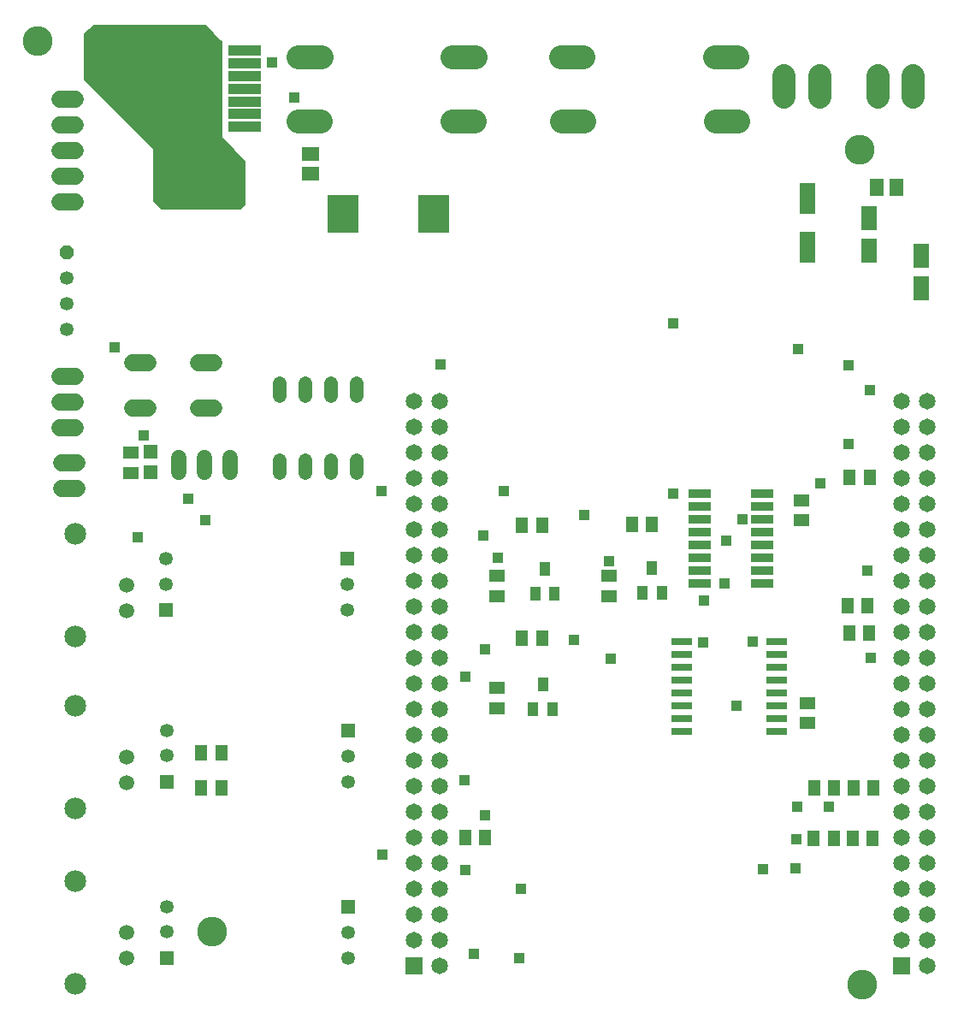
<source format=gts>
G75*
G70*
%OFA0B0*%
%FSLAX24Y24*%
%IPPOS*%
%LPD*%
%AMOC8*
5,1,8,0,0,1.08239X$1,22.5*
%
%ADD10C,0.1162*%
%ADD11C,0.0160*%
%ADD12OC8,0.0532*%
%ADD13C,0.0532*%
%ADD14R,0.0493X0.0611*%
%ADD15R,0.0651X0.0651*%
%ADD16C,0.0651*%
%ADD17C,0.0591*%
%ADD18C,0.0847*%
%ADD19R,0.0532X0.0532*%
%ADD20C,0.0660*%
%ADD21R,0.0611X0.0493*%
%ADD22R,0.0611X0.0926*%
%ADD23R,0.0860X0.0320*%
%ADD24R,0.0840X0.0270*%
%ADD25R,0.1265X0.0410*%
%ADD26R,0.3422X0.2166*%
%ADD27C,0.0945*%
%ADD28R,0.0572X0.0651*%
%ADD29R,0.0651X0.0572*%
%ADD30R,0.0611X0.1241*%
%ADD31R,0.1241X0.1477*%
%ADD32C,0.0900*%
%ADD33C,0.0540*%
%ADD34R,0.0414X0.0532*%
%ADD35C,0.0600*%
%ADD36R,0.0436X0.0436*%
D10*
X024297Y023536D03*
X049617Y021466D03*
X049527Y053986D03*
X017487Y058246D03*
D11*
X019347Y058273D02*
X024480Y058273D01*
X024537Y058216D02*
X023967Y058786D01*
X019707Y058786D01*
X019677Y058816D01*
X019347Y058486D01*
X019347Y056776D01*
X022047Y054076D01*
X022047Y052036D01*
X022317Y051766D01*
X025347Y051766D01*
X025497Y051916D01*
X025497Y053536D01*
X024567Y054466D01*
X024567Y058216D01*
X024537Y058216D01*
X024567Y058114D02*
X019347Y058114D01*
X019347Y057956D02*
X024567Y057956D01*
X024567Y057797D02*
X019347Y057797D01*
X019347Y057639D02*
X024567Y057639D01*
X024567Y057480D02*
X019347Y057480D01*
X019347Y057322D02*
X024567Y057322D01*
X024567Y057163D02*
X019347Y057163D01*
X019347Y057005D02*
X024567Y057005D01*
X024567Y056846D02*
X019347Y056846D01*
X019435Y056688D02*
X024567Y056688D01*
X024567Y056529D02*
X019594Y056529D01*
X019752Y056371D02*
X024567Y056371D01*
X024567Y056212D02*
X019911Y056212D01*
X020069Y056054D02*
X024567Y056054D01*
X024567Y055895D02*
X020228Y055895D01*
X020386Y055737D02*
X024567Y055737D01*
X024567Y055578D02*
X020545Y055578D01*
X020703Y055420D02*
X024567Y055420D01*
X024567Y055261D02*
X020862Y055261D01*
X021020Y055103D02*
X024567Y055103D01*
X024567Y054944D02*
X021179Y054944D01*
X021337Y054786D02*
X024567Y054786D01*
X024567Y054627D02*
X021496Y054627D01*
X021654Y054469D02*
X024567Y054469D01*
X024723Y054310D02*
X021813Y054310D01*
X021971Y054152D02*
X024881Y054152D01*
X025040Y053993D02*
X022047Y053993D01*
X022047Y053835D02*
X025198Y053835D01*
X025357Y053676D02*
X022047Y053676D01*
X022047Y053518D02*
X025497Y053518D01*
X025497Y053359D02*
X022047Y053359D01*
X022047Y053201D02*
X025497Y053201D01*
X025497Y053042D02*
X022047Y053042D01*
X022047Y052884D02*
X025497Y052884D01*
X025497Y052725D02*
X022047Y052725D01*
X022047Y052567D02*
X025497Y052567D01*
X025497Y052408D02*
X022047Y052408D01*
X022047Y052250D02*
X025497Y052250D01*
X025497Y052091D02*
X022047Y052091D01*
X022150Y051933D02*
X025497Y051933D01*
X025355Y051774D02*
X022309Y051774D01*
X024322Y058431D02*
X019347Y058431D01*
X019450Y058590D02*
X024163Y058590D01*
X024005Y058748D02*
X019609Y058748D01*
D12*
X018633Y049996D03*
D13*
X018633Y048996D03*
X018633Y047996D03*
X018633Y046996D03*
X022493Y038057D03*
X022493Y037070D03*
X022523Y031376D03*
X022523Y030390D03*
X022523Y024516D03*
X022523Y023530D03*
X029586Y023516D03*
X029586Y022516D03*
X029586Y029376D03*
X029586Y030376D03*
X029556Y036057D03*
X029556Y037057D03*
D14*
X024638Y030502D03*
X023850Y030502D03*
X023860Y029136D03*
X024648Y029136D03*
X034141Y027201D03*
X034929Y027201D03*
X036353Y034966D03*
X037140Y034966D03*
X037140Y039376D03*
X036353Y039376D03*
X040643Y039406D03*
X041430Y039406D03*
X049133Y041236D03*
X049920Y041236D03*
X049830Y036226D03*
X049890Y035176D03*
X049103Y035176D03*
X049043Y036226D03*
X049272Y029147D03*
X050060Y029147D03*
X048530Y029143D03*
X047742Y029143D03*
X047733Y027157D03*
X048520Y027157D03*
X049243Y027171D03*
X050030Y027171D03*
D15*
X051156Y022190D03*
X032156Y022190D03*
D16*
X032156Y023190D03*
X032156Y024190D03*
X032156Y025190D03*
X032156Y026190D03*
X032156Y027190D03*
X032156Y028190D03*
X032156Y029190D03*
X032156Y030190D03*
X032156Y031190D03*
X032156Y032190D03*
X032156Y033190D03*
X032156Y034190D03*
X032156Y035190D03*
X032156Y036190D03*
X032156Y037190D03*
X032156Y038190D03*
X032156Y039190D03*
X032156Y040190D03*
X032156Y041190D03*
X032156Y042190D03*
X032156Y043190D03*
X032156Y044190D03*
X033156Y044190D03*
X033156Y043190D03*
X033156Y042190D03*
X033156Y041190D03*
X033156Y040190D03*
X033156Y039190D03*
X033156Y038190D03*
X033156Y037190D03*
X033156Y036190D03*
X033156Y035190D03*
X033156Y034190D03*
X033156Y033190D03*
X033156Y032190D03*
X033156Y031190D03*
X033156Y030190D03*
X033156Y029190D03*
X033156Y028190D03*
X033156Y027190D03*
X033156Y026190D03*
X033156Y025190D03*
X033156Y024190D03*
X033156Y023190D03*
X033156Y022190D03*
X051156Y023190D03*
X051156Y024190D03*
X051156Y025190D03*
X051156Y026190D03*
X051156Y027190D03*
X051156Y028190D03*
X051156Y029190D03*
X051156Y030190D03*
X051156Y031190D03*
X051156Y032190D03*
X051156Y033190D03*
X051156Y034190D03*
X051156Y035190D03*
X051156Y036190D03*
X051156Y037190D03*
X051156Y038190D03*
X051156Y039190D03*
X051156Y040190D03*
X051156Y041190D03*
X051156Y042190D03*
X051156Y043190D03*
X051156Y044190D03*
X052156Y044190D03*
X052156Y043190D03*
X052156Y042190D03*
X052156Y041190D03*
X052156Y040190D03*
X052156Y039190D03*
X052156Y038190D03*
X052156Y037190D03*
X052156Y036190D03*
X052156Y035190D03*
X052156Y034190D03*
X052156Y033190D03*
X052156Y032190D03*
X052156Y031190D03*
X052156Y030190D03*
X052156Y029190D03*
X052156Y028190D03*
X052156Y027190D03*
X052156Y026190D03*
X052156Y025190D03*
X052156Y024190D03*
X052156Y023190D03*
X052156Y022190D03*
D17*
X020934Y022510D03*
X020934Y023510D03*
X020964Y029340D03*
X020964Y030340D03*
X020964Y036051D03*
X020964Y037051D03*
D18*
X018934Y021510D03*
X018934Y025510D03*
X018964Y028340D03*
X018964Y032340D03*
X018964Y035051D03*
X018964Y039051D03*
D19*
X021867Y041423D03*
X021867Y042249D03*
X022493Y036057D03*
X022523Y029376D03*
X022523Y022516D03*
X029586Y024516D03*
X029586Y031376D03*
X029556Y038057D03*
D20*
X024347Y043932D02*
X023747Y043932D01*
X023747Y045712D02*
X024347Y045712D01*
X021787Y045712D02*
X021187Y045712D01*
X021187Y043932D02*
X021787Y043932D01*
X018936Y044169D02*
X018336Y044169D01*
X018336Y045169D02*
X018936Y045169D01*
X018936Y043169D02*
X018336Y043169D01*
X018417Y041796D02*
X019017Y041796D01*
X019017Y040796D02*
X018417Y040796D01*
X018345Y051957D02*
X018945Y051957D01*
X018945Y052957D02*
X018345Y052957D01*
X018345Y053957D02*
X018945Y053957D01*
X018945Y054957D02*
X018345Y054957D01*
X018345Y055957D02*
X018945Y055957D01*
D21*
X021117Y042200D03*
X021117Y041412D03*
X035367Y037400D03*
X035367Y036612D03*
X035367Y033020D03*
X035367Y032232D03*
X039747Y036612D03*
X039747Y037400D03*
X047258Y039560D03*
X047258Y040347D03*
X047474Y032442D03*
X047474Y031655D03*
D22*
X051902Y048598D03*
X051902Y049858D03*
X049870Y050061D03*
X049870Y051321D03*
D23*
X045713Y040603D03*
X045713Y040103D03*
X045713Y039603D03*
X045713Y039103D03*
X045713Y038603D03*
X045713Y038103D03*
X045713Y037603D03*
X045713Y037103D03*
X043293Y037103D03*
X043293Y037603D03*
X043293Y038103D03*
X043293Y038603D03*
X043293Y039103D03*
X043293Y039603D03*
X043293Y040103D03*
X043293Y040603D03*
D24*
X042573Y034838D03*
X042573Y034338D03*
X042573Y033838D03*
X042573Y033338D03*
X042573Y032838D03*
X042573Y032338D03*
X042573Y031838D03*
X042573Y031338D03*
X046273Y031338D03*
X046273Y031838D03*
X046273Y032338D03*
X046273Y032838D03*
X046273Y033338D03*
X046273Y033838D03*
X046273Y034338D03*
X046273Y034838D03*
D25*
X025546Y054889D03*
X025546Y055385D03*
X025546Y055881D03*
X025546Y056377D03*
X025546Y056873D03*
X025546Y057369D03*
X025546Y057865D03*
D26*
X022672Y056420D03*
D27*
X027649Y057596D02*
X028534Y057596D01*
X028519Y055096D02*
X027634Y055096D01*
X033634Y055096D02*
X034519Y055096D01*
X034534Y057596D02*
X033649Y057596D01*
X037879Y057607D02*
X038764Y057607D01*
X038794Y055094D02*
X037909Y055094D01*
X043909Y055094D02*
X044794Y055094D01*
X044764Y057607D02*
X043879Y057607D01*
D28*
X050198Y052533D03*
X050946Y052533D03*
D29*
X028132Y053081D03*
X028132Y053829D03*
D30*
X047477Y052086D03*
X047477Y050196D03*
D31*
X032912Y051486D03*
X029368Y051486D03*
D32*
X046558Y056056D02*
X046558Y056896D01*
X047936Y056896D02*
X047936Y056056D01*
X050218Y056056D02*
X050218Y056896D01*
X051596Y056896D02*
X051596Y056056D01*
D33*
X029907Y044896D02*
X029907Y044416D01*
X028907Y044416D02*
X028907Y044896D01*
X027907Y044896D02*
X027907Y044416D01*
X026907Y044416D02*
X026907Y044896D01*
X026907Y041896D02*
X026907Y041416D01*
X027907Y041416D02*
X027907Y041896D01*
X028907Y041896D02*
X028907Y041416D01*
X029907Y041416D02*
X029907Y041896D01*
D34*
X037257Y037658D03*
X037631Y036714D03*
X036883Y036714D03*
X037167Y033158D03*
X037541Y032214D03*
X036793Y032214D03*
X041053Y036744D03*
X041801Y036744D03*
X041427Y037688D03*
D35*
X024997Y041446D02*
X024997Y041986D01*
X023997Y041986D02*
X023997Y041446D01*
X022997Y041446D02*
X022997Y041986D01*
D36*
X021627Y042856D03*
X023337Y040396D03*
X024027Y039556D03*
X021387Y038896D03*
X020487Y046306D03*
X027477Y056026D03*
X026607Y057406D03*
X033177Y045646D03*
X030897Y040696D03*
X034857Y038956D03*
X035427Y038116D03*
X035637Y040696D03*
X038787Y039766D03*
X039747Y037966D03*
X038367Y034906D03*
X039807Y034156D03*
X043407Y034816D03*
X043437Y036436D03*
X044247Y037096D03*
X044307Y038776D03*
X044937Y039616D03*
X042237Y040606D03*
X047127Y046246D03*
X049077Y045616D03*
X049917Y044626D03*
X049077Y042526D03*
X047967Y040996D03*
X049827Y037606D03*
X049947Y034186D03*
X045357Y034846D03*
X044727Y032326D03*
X047097Y028396D03*
X048327Y028396D03*
X047037Y027136D03*
X047007Y025996D03*
X045747Y025966D03*
X036327Y025186D03*
X034467Y022666D03*
X036237Y022516D03*
X034137Y025936D03*
X034917Y028066D03*
X034107Y029446D03*
X030927Y026536D03*
X034137Y033466D03*
X034917Y034546D03*
X042237Y047236D03*
M02*

</source>
